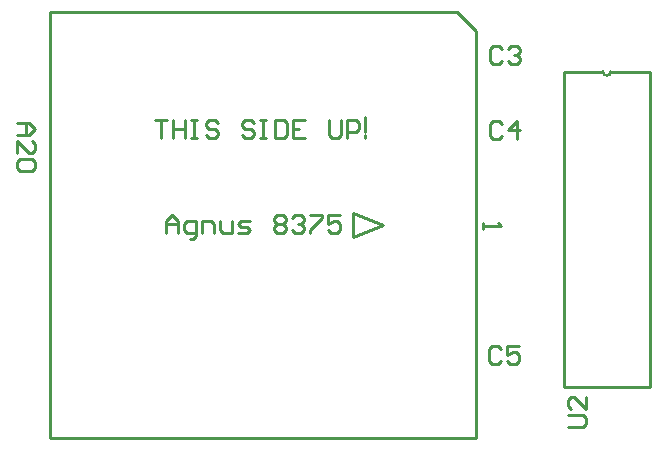
<source format=gto>
G04 Layer_Color=15132400*
%FSLAX24Y24*%
%MOIN*%
G70*
G01*
G75*
%ADD15C,0.0100*%
D15*
X44175Y39850D02*
G03*
X44425Y39850I125J0D01*
G01*
X37750Y41850D02*
X38950D01*
X39300D02*
X39950Y41200D01*
Y39850D02*
Y41200D01*
X25750Y41850D02*
X37750D01*
X25750Y27650D02*
Y41850D01*
Y27650D02*
X39950D01*
Y39850D01*
X35850Y35150D02*
X36850Y34750D01*
X35850Y34350D02*
Y35150D01*
Y34350D02*
X36850Y34750D01*
X38950Y41850D02*
X39300D01*
X42875Y29350D02*
Y39850D01*
Y29350D02*
X45725D01*
Y39850D01*
X44450D02*
X45725D01*
X42875D02*
X44150D01*
X44425D02*
X44450D01*
X44050D02*
X44175D01*
X40180Y34820D02*
Y34620D01*
Y34720D01*
X40780D01*
X40680Y34820D01*
X24650Y38150D02*
X25050D01*
X25250Y37950D01*
X25050Y37750D01*
X24650D01*
X24950D01*
Y38150D01*
X24650Y37150D02*
Y37550D01*
X25050Y37150D01*
X25150D01*
X25250Y37250D01*
Y37450D01*
X25150Y37550D01*
Y36950D02*
X25250Y36850D01*
Y36650D01*
X25150Y36551D01*
X24750D01*
X24650Y36650D01*
Y36850D01*
X24750Y36950D01*
X25150D01*
X40780Y30600D02*
X40680Y30700D01*
X40480D01*
X40380Y30600D01*
Y30200D01*
X40480Y30100D01*
X40680D01*
X40780Y30200D01*
X41380Y30700D02*
X40980D01*
Y30400D01*
X41180Y30500D01*
X41280D01*
X41380Y30400D01*
Y30200D01*
X41280Y30100D01*
X41080D01*
X40980Y30200D01*
X40800Y38100D02*
X40700Y38200D01*
X40500D01*
X40400Y38100D01*
Y37700D01*
X40500Y37600D01*
X40700D01*
X40800Y37700D01*
X41300Y37600D02*
Y38200D01*
X41000Y37900D01*
X41400D01*
X40800Y40600D02*
X40700Y40700D01*
X40500D01*
X40400Y40600D01*
Y40200D01*
X40500Y40100D01*
X40700D01*
X40800Y40200D01*
X41000Y40600D02*
X41100Y40700D01*
X41300D01*
X41400Y40600D01*
Y40500D01*
X41300Y40400D01*
X41200D01*
X41300D01*
X41400Y40300D01*
Y40200D01*
X41300Y40100D01*
X41100D01*
X41000Y40200D01*
X43000Y28000D02*
X43500D01*
X43600Y28100D01*
Y28300D01*
X43500Y28400D01*
X43000D01*
X43600Y29000D02*
Y28600D01*
X43200Y29000D01*
X43100D01*
X43000Y28900D01*
Y28700D01*
X43100Y28600D01*
X29590Y34467D02*
Y34867D01*
X29790Y35067D01*
X29990Y34867D01*
Y34467D01*
Y34767D01*
X29590D01*
X30390Y34267D02*
X30490D01*
X30590Y34367D01*
Y34867D01*
X30290D01*
X30190Y34767D01*
Y34567D01*
X30290Y34467D01*
X30590D01*
X30790D02*
Y34867D01*
X31090D01*
X31189Y34767D01*
Y34467D01*
X31389Y34867D02*
Y34567D01*
X31489Y34467D01*
X31789D01*
Y34867D01*
X31989Y34467D02*
X32289D01*
X32389Y34567D01*
X32289Y34667D01*
X32089D01*
X31989Y34767D01*
X32089Y34867D01*
X32389D01*
X33189Y34967D02*
X33289Y35067D01*
X33489D01*
X33589Y34967D01*
Y34867D01*
X33489Y34767D01*
X33589Y34667D01*
Y34567D01*
X33489Y34467D01*
X33289D01*
X33189Y34567D01*
Y34667D01*
X33289Y34767D01*
X33189Y34867D01*
Y34967D01*
X33289Y34767D02*
X33489D01*
X33789Y34967D02*
X33889Y35067D01*
X34089D01*
X34189Y34967D01*
Y34867D01*
X34089Y34767D01*
X33989D01*
X34089D01*
X34189Y34667D01*
Y34567D01*
X34089Y34467D01*
X33889D01*
X33789Y34567D01*
X34388Y35067D02*
X34788D01*
Y34967D01*
X34388Y34567D01*
Y34467D01*
X35388Y35067D02*
X34988D01*
Y34767D01*
X35188Y34867D01*
X35288D01*
X35388Y34767D01*
Y34567D01*
X35288Y34467D01*
X35088D01*
X34988Y34567D01*
X29250Y38250D02*
X29650D01*
X29450D01*
Y37650D01*
X29850Y38250D02*
Y37650D01*
Y37950D01*
X30250D01*
Y38250D01*
Y37650D01*
X30450Y38250D02*
X30650D01*
X30550D01*
Y37650D01*
X30450D01*
X30650D01*
X31349Y38150D02*
X31249Y38250D01*
X31049D01*
X30949Y38150D01*
Y38050D01*
X31049Y37950D01*
X31249D01*
X31349Y37850D01*
Y37750D01*
X31249Y37650D01*
X31049D01*
X30949Y37750D01*
X32549Y38150D02*
X32449Y38250D01*
X32249D01*
X32149Y38150D01*
Y38050D01*
X32249Y37950D01*
X32449D01*
X32549Y37850D01*
Y37750D01*
X32449Y37650D01*
X32249D01*
X32149Y37750D01*
X32749Y38250D02*
X32949D01*
X32849D01*
Y37650D01*
X32749D01*
X32949D01*
X33249Y38250D02*
Y37650D01*
X33549D01*
X33649Y37750D01*
Y38150D01*
X33549Y38250D01*
X33249D01*
X34248D02*
X33849D01*
Y37650D01*
X34248D01*
X33849Y37950D02*
X34048D01*
X35048Y38250D02*
Y37750D01*
X35148Y37650D01*
X35348D01*
X35448Y37750D01*
Y38250D01*
X35648Y37650D02*
Y38250D01*
X35948D01*
X36048Y38150D01*
Y37950D01*
X35948Y37850D01*
X35648D01*
X36248D02*
Y38350D01*
Y37750D02*
Y37650D01*
M02*

</source>
